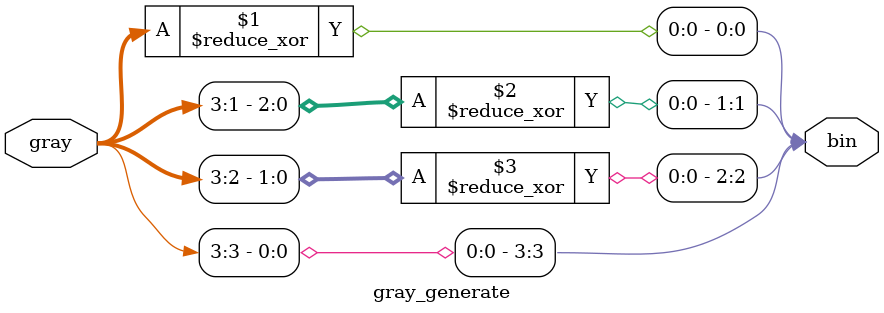
<source format=v>
module gray_generate
#(parameter SIZE =4)
( input wire [SIZE-1:0]gray,
 output wire [SIZE-1:0]bin
 );
genvar i;
generate
 for (i=0; i<SIZE; i=i+1)
begin: bit
 assign bin[i] = ^gray[SIZE-1:i];
end
endgenerate
endmodule
</source>
